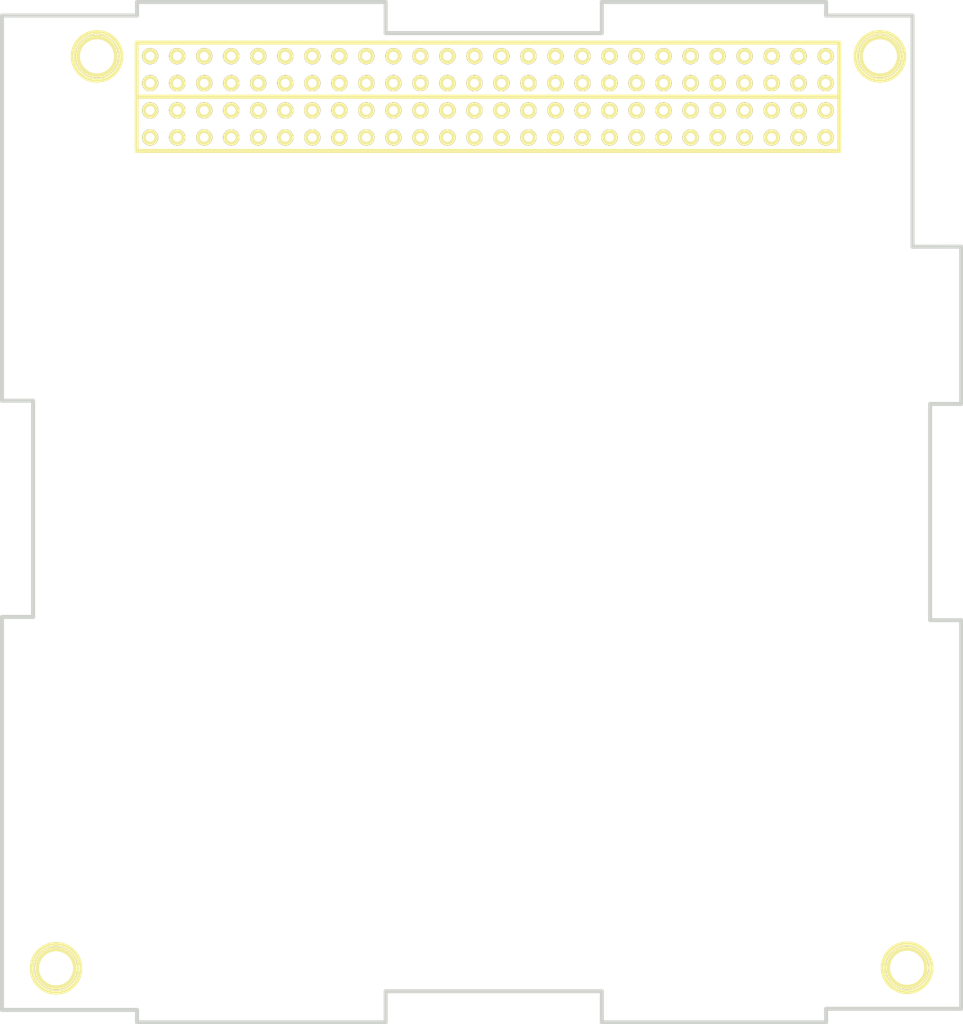
<source format=kicad_pcb>
(kicad_pcb (version 20221018) (generator pcbnew)
  (layers (0 "F.Cu" signal "Front") (31 "B.Cu" signal "Back") (34 "B.Paste" user) (35 "F.Paste" user) (36 "B.SilkS" user) (37 "F.SilkS" user) (38 "B.Mask" user) (39 "F.Mask" user) (44 "Edge.Cuts" user))
  (net 0 "")
  (footprint "1pin" (layer "F.Cu") (at 77.50048 48.75022)
    (fp_text reference "1PIN" hide)
    (fp_text value "P***" hide)
    (fp_circle (center 0 0) (end 0 -2.286) (stroke (width 0.381)) (fill none) (layer "F.SilkS"))
    (pad "1" thru_hole circle (at 0 0) (size 4.064 4.064) (drill 3.2004) (layers "*.Cu" "*.Mask" "F.SilkS"))
  )
  (footprint "1pin" (layer "F.Cu") (at 151.09952 48.75022)
    (fp_text reference "1PIN" hide)
    (fp_text value "P***" hide)
    (fp_circle (center 0 0) (end 0 -2.286) (stroke (width 0.381)) (fill none) (layer "F.SilkS"))
    (pad "1" thru_hole circle (at 0 0) (size 4.064 4.064) (drill 3.2004) (layers "*.Cu" "*.Mask" "F.SilkS"))
  )
  (footprint "1pin" (layer "F.Cu") (at 73.64984 134.44982)
    (fp_text reference "1PIN" hide)
    (fp_text value "P***" hide)
    (fp_circle (center 0 0) (end 0 -2.286) (stroke (width 0.381)) (fill none) (layer "F.SilkS"))
    (pad "1" thru_hole circle (at 0 0) (size 4.064 4.064) (drill 3.2004) (layers "*.Cu" "*.Mask" "F.SilkS"))
  )
  (footprint "1pin" (layer "F.Cu") (at 153.64968 134.39902)
    (fp_text reference "1PIN" hide)
    (fp_text value "P***" hide)
    (fp_circle (center 0 0) (end 0 -2.286) (stroke (width 0.381)) (fill none) (layer "F.SilkS"))
    (pad "1" thru_hole circle (at 0 0) (size 4.064 4.064) (drill 3.2004) (layers "*.Cu" "*.Mask" "F.SilkS"))
  )
  (footprint "CSK_Header" (layer "F.Cu") (at 114.2492 55.10022 90)
    (fp_text reference "H1" hide)
    (fp_text value "H1" hide)
    (fp_line (start -2.54 -33.02) (end 2.54 -33.02) (stroke (width 0.381)) (layer "F.SilkS"))
    (fp_line (start -2.54 33.02) (end -2.54 -33.02) (stroke (width 0.381)) (layer "F.SilkS"))
    (fp_line (start 2.54 -33.02) (end 2.54 33.02) (stroke (width 0.381)) (layer "F.SilkS"))
    (fp_line (start 2.54 33.02) (end -2.54 33.02) (stroke (width 0.381)) (layer "F.SilkS"))
    (pad "1" thru_hole circle (at -1.27 -31.75 90) (size 1.524 1.524) (drill 0.8128) (layers "*.Cu" "*.Mask" "F.SilkS"))
    (pad "2" thru_hole circle (at 1.27 -31.75 90) (size 1.524 1.524) (drill 0.8128) (layers "*.Cu" "*.Mask" "F.SilkS"))
    (pad "3" thru_hole circle (at -1.27 -29.21 90) (size 1.524 1.524) (drill 0.8128) (layers "*.Cu" "*.Mask" "F.SilkS"))
    (pad "4" thru_hole circle (at 1.27 -29.21 90) (size 1.524 1.524) (drill 0.8128) (layers "*.Cu" "*.Mask" "F.SilkS"))
    (pad "5" thru_hole circle (at -1.27 -26.67 90) (size 1.524 1.524) (drill 0.8128) (layers "*.Cu" "*.Mask" "F.SilkS"))
    (pad "6" thru_hole circle (at 1.27 -26.67 90) (size 1.524 1.524) (drill 0.8128) (layers "*.Cu" "*.Mask" "F.SilkS"))
    (pad "7" thru_hole circle (at -1.27 -24.13 90) (size 1.524 1.524) (drill 0.8128) (layers "*.Cu" "*.Mask" "F.SilkS"))
    (pad "8" thru_hole circle (at 1.27 -24.13 90) (size 1.524 1.524) (drill 0.8128) (layers "*.Cu" "*.Mask" "F.SilkS"))
    (pad "9" thru_hole circle (at -1.27 -21.59 90) (size 1.524 1.524) (drill 0.8128) (layers "*.Cu" "*.Mask" "F.SilkS"))
    (pad "10" thru_hole circle (at 1.27 -21.59 90) (size 1.524 1.524) (drill 0.8128) (layers "*.Cu" "*.Mask" "F.SilkS"))
    (pad "11" thru_hole circle (at -1.27 -19.05 90) (size 1.524 1.524) (drill 0.8128) (layers "*.Cu" "*.Mask" "F.SilkS"))
    (pad "12" thru_hole circle (at 1.27 -19.05 90) (size 1.524 1.524) (drill 0.8128) (layers "*.Cu" "*.Mask" "F.SilkS"))
    (pad "13" thru_hole circle (at -1.27 -16.51 90) (size 1.524 1.524) (drill 0.8128) (layers "*.Cu" "*.Mask" "F.SilkS"))
    (pad "14" thru_hole circle (at 1.27 -16.51 90) (size 1.524 1.524) (drill 0.8128) (layers "*.Cu" "*.Mask" "F.SilkS"))
    (pad "15" thru_hole circle (at -1.27 -13.97 90) (size 1.524 1.524) (drill 0.8128) (layers "*.Cu" "*.Mask" "F.SilkS"))
    (pad "16" thru_hole circle (at 1.27 -13.97 90) (size 1.524 1.524) (drill 0.8128) (layers "*.Cu" "*.Mask" "F.SilkS"))
    (pad "17" thru_hole circle (at -1.27 -11.43 90) (size 1.524 1.524) (drill 0.8128) (layers "*.Cu" "*.Mask" "F.SilkS"))
    (pad "18" thru_hole circle (at 1.27 -11.43 90) (size 1.524 1.524) (drill 0.8128) (layers "*.Cu" "*.Mask" "F.SilkS"))
    (pad "19" thru_hole circle (at -1.27 -8.89 90) (size 1.524 1.524) (drill 0.8128) (layers "*.Cu" "*.Mask" "F.SilkS"))
    (pad "20" thru_hole circle (at 1.27 -8.89 90) (size 1.524 1.524) (drill 0.8128) (layers "*.Cu" "*.Mask" "F.SilkS"))
    (pad "21" thru_hole circle (at -1.27 -6.35 90) (size 1.524 1.524) (drill 0.8128) (layers "*.Cu" "*.Mask" "F.SilkS"))
    (pad "22" thru_hole circle (at 1.27 -6.35 90) (size 1.524 1.524) (drill 0.8128) (layers "*.Cu" "*.Mask" "F.SilkS"))
    (pad "23" thru_hole circle (at -1.27 -3.81 90) (size 1.524 1.524) (drill 0.8128) (layers "*.Cu" "*.Mask" "F.SilkS"))
    (pad "24" thru_hole circle (at 1.27 -3.81 90) (size 1.524 1.524) (drill 0.8128) (layers "*.Cu" "*.Mask" "F.SilkS"))
    (pad "25" thru_hole circle (at -1.27 -1.27 90) (size 1.524 1.524) (drill 0.8128) (layers "*.Cu" "*.Mask" "F.SilkS"))
    (pad "26" thru_hole circle (at 1.27 -1.27 90) (size 1.524 1.524) (drill 0.8128) (layers "*.Cu" "*.Mask" "F.SilkS"))
    (pad "27" thru_hole circle (at -1.27 1.27 90) (size 1.524 1.524) (drill 0.8128) (layers "*.Cu" "*.Mask" "F.SilkS"))
    (pad "28" thru_hole circle (at 1.27 1.27 90) (size 1.524 1.524) (drill 0.8128) (layers "*.Cu" "*.Mask" "F.SilkS"))
    (pad "29" thru_hole circle (at -1.27 3.81 90) (size 1.524 1.524) (drill 0.8128) (layers "*.Cu" "*.Mask" "F.SilkS"))
    (pad "30" thru_hole circle (at 1.27 3.81 90) (size 1.524 1.524) (drill 0.8128) (layers "*.Cu" "*.Mask" "F.SilkS"))
    (pad "31" thru_hole circle (at -1.27 6.35 90) (size 1.524 1.524) (drill 0.8128) (layers "*.Cu" "*.Mask" "F.SilkS"))
    (pad "32" thru_hole circle (at 1.27 6.35 90) (size 1.524 1.524) (drill 0.8128) (layers "*.Cu" "*.Mask" "F.SilkS"))
    (pad "33" thru_hole circle (at -1.27 8.89 90) (size 1.524 1.524) (drill 0.8128) (layers "*.Cu" "*.Mask" "F.SilkS"))
    (pad "34" thru_hole circle (at 1.27 8.89 90) (size 1.524 1.524) (drill 0.8128) (layers "*.Cu" "*.Mask" "F.SilkS"))
    (pad "35" thru_hole circle (at -1.27 11.43 90) (size 1.524 1.524) (drill 0.8128) (layers "*.Cu" "*.Mask" "F.SilkS"))
    (pad "36" thru_hole circle (at 1.27 11.43 90) (size 1.524 1.524) (drill 0.8128) (layers "*.Cu" "*.Mask" "F.SilkS"))
    (pad "37" thru_hole circle (at -1.27 13.97 90) (size 1.524 1.524) (drill 0.8128) (layers "*.Cu" "*.Mask" "F.SilkS"))
    (pad "38" thru_hole circle (at 1.27 13.97 90) (size 1.524 1.524) (drill 0.8128) (layers "*.Cu" "*.Mask" "F.SilkS"))
    (pad "39" thru_hole circle (at -1.27 16.51 90) (size 1.524 1.524) (drill 0.8128) (layers "*.Cu" "*.Mask" "F.SilkS"))
    (pad "40" thru_hole circle (at 1.27 16.51 90) (size 1.524 1.524) (drill 0.8128) (layers "*.Cu" "*.Mask" "F.SilkS"))
    (pad "41" thru_hole circle (at -1.27 19.05 90) (size 1.524 1.524) (drill 0.8128) (layers "*.Cu" "*.Mask" "F.SilkS"))
    (pad "42" thru_hole circle (at 1.27 19.05 90) (size 1.524 1.524) (drill 0.8128) (layers "*.Cu" "*.Mask" "F.SilkS"))
    (pad "43" thru_hole circle (at -1.27 21.59 90) (size 1.524 1.524) (drill 0.8128) (layers "*.Cu" "*.Mask" "F.SilkS"))
    (pad "44" thru_hole circle (at 1.27 21.59 90) (size 1.524 1.524) (drill 0.8128) (layers "*.Cu" "*.Mask" "F.SilkS"))
    (pad "45" thru_hole circle (at -1.27 24.13 90) (size 1.524 1.524) (drill 0.8128) (layers "*.Cu" "*.Mask" "F.SilkS"))
    (pad "46" thru_hole circle (at 1.27 24.13 90) (size 1.524 1.524) (drill 0.8128) (layers "*.Cu" "*.Mask" "F.SilkS"))
    (pad "47" thru_hole circle (at -1.27 26.67 90) (size 1.524 1.524) (drill 0.8128) (layers "*.Cu" "*.Mask" "F.SilkS"))
    (pad "48" thru_hole circle (at 1.27 26.67 90) (size 1.524 1.524) (drill 0.8128) (layers "*.Cu" "*.Mask" "F.SilkS"))
    (pad "49" thru_hole circle (at -1.27 29.21 90) (size 1.524 1.524) (drill 0.8128) (layers "*.Cu" "*.Mask" "F.SilkS"))
    (pad "50" thru_hole circle (at 1.27 29.21 90) (size 1.524 1.524) (drill 0.8128) (layers "*.Cu" "*.Mask" "F.SilkS"))
    (pad "51" thru_hole circle (at -1.27 31.75 90) (size 1.524 1.524) (drill 0.8128) (layers "*.Cu" "*.Mask" "F.SilkS"))
    (pad "52" thru_hole circle (at 1.27 31.75 90) (size 1.524 1.524) (drill 0.8128) (layers "*.Cu" "*.Mask" "F.SilkS"))
  )
  (footprint "CSK_Header" (layer "F.Cu") (at 114.2492 49.9999 90)
    (fp_text reference "H2" hide)
    (fp_text value "H2" hide)
    (fp_line (start -2.54 -33.02) (end 2.54 -33.02) (stroke (width 0.381)) (layer "F.SilkS"))
    (fp_line (start -2.54 33.02) (end -2.54 -33.02) (stroke (width 0.381)) (layer "F.SilkS"))
    (fp_line (start 2.54 -33.02) (end 2.54 33.02) (stroke (width 0.381)) (layer "F.SilkS"))
    (fp_line (start 2.54 33.02) (end -2.54 33.02) (stroke (width 0.381)) (layer "F.SilkS"))
    (pad "1" thru_hole circle (at -1.27 -31.75 90) (size 1.524 1.524) (drill 0.8128) (layers "*.Cu" "*.Mask" "F.SilkS"))
    (pad "2" thru_hole circle (at 1.27 -31.75 90) (size 1.524 1.524) (drill 0.8128) (layers "*.Cu" "*.Mask" "F.SilkS"))
    (pad "3" thru_hole circle (at -1.27 -29.21 90) (size 1.524 1.524) (drill 0.8128) (layers "*.Cu" "*.Mask" "F.SilkS"))
    (pad "4" thru_hole circle (at 1.27 -29.21 90) (size 1.524 1.524) (drill 0.8128) (layers "*.Cu" "*.Mask" "F.SilkS"))
    (pad "5" thru_hole circle (at -1.27 -26.67 90) (size 1.524 1.524) (drill 0.8128) (layers "*.Cu" "*.Mask" "F.SilkS"))
    (pad "6" thru_hole circle (at 1.27 -26.67 90) (size 1.524 1.524) (drill 0.8128) (layers "*.Cu" "*.Mask" "F.SilkS"))
    (pad "7" thru_hole circle (at -1.27 -24.13 90) (size 1.524 1.524) (drill 0.8128) (layers "*.Cu" "*.Mask" "F.SilkS"))
    (pad "8" thru_hole circle (at 1.27 -24.13 90) (size 1.524 1.524) (drill 0.8128) (layers "*.Cu" "*.Mask" "F.SilkS"))
    (pad "9" thru_hole circle (at -1.27 -21.59 90) (size 1.524 1.524) (drill 0.8128) (layers "*.Cu" "*.Mask" "F.SilkS"))
    (pad "10" thru_hole circle (at 1.27 -21.59 90) (size 1.524 1.524) (drill 0.8128) (layers "*.Cu" "*.Mask" "F.SilkS"))
    (pad "11" thru_hole circle (at -1.27 -19.05 90) (size 1.524 1.524) (drill 0.8128) (layers "*.Cu" "*.Mask" "F.SilkS"))
    (pad "12" thru_hole circle (at 1.27 -19.05 90) (size 1.524 1.524) (drill 0.8128) (layers "*.Cu" "*.Mask" "F.SilkS"))
    (pad "13" thru_hole circle (at -1.27 -16.51 90) (size 1.524 1.524) (drill 0.8128) (layers "*.Cu" "*.Mask" "F.SilkS"))
    (pad "14" thru_hole circle (at 1.27 -16.51 90) (size 1.524 1.524) (drill 0.8128) (layers "*.Cu" "*.Mask" "F.SilkS"))
    (pad "15" thru_hole circle (at -1.27 -13.97 90) (size 1.524 1.524) (drill 0.8128) (layers "*.Cu" "*.Mask" "F.SilkS"))
    (pad "16" thru_hole circle (at 1.27 -13.97 90) (size 1.524 1.524) (drill 0.8128) (layers "*.Cu" "*.Mask" "F.SilkS"))
    (pad "17" thru_hole circle (at -1.27 -11.43 90) (size 1.524 1.524) (drill 0.8128) (layers "*.Cu" "*.Mask" "F.SilkS"))
    (pad "18" thru_hole circle (at 1.27 -11.43 90) (size 1.524 1.524) (drill 0.8128) (layers "*.Cu" "*.Mask" "F.SilkS"))
    (pad "19" thru_hole circle (at -1.27 -8.89 90) (size 1.524 1.524) (drill 0.8128) (layers "*.Cu" "*.Mask" "F.SilkS"))
    (pad "20" thru_hole circle (at 1.27 -8.89 90) (size 1.524 1.524) (drill 0.8128) (layers "*.Cu" "*.Mask" "F.SilkS"))
    (pad "21" thru_hole circle (at -1.27 -6.35 90) (size 1.524 1.524) (drill 0.8128) (layers "*.Cu" "*.Mask" "F.SilkS"))
    (pad "22" thru_hole circle (at 1.27 -6.35 90) (size 1.524 1.524) (drill 0.8128) (layers "*.Cu" "*.Mask" "F.SilkS"))
    (pad "23" thru_hole circle (at -1.27 -3.81 90) (size 1.524 1.524) (drill 0.8128) (layers "*.Cu" "*.Mask" "F.SilkS"))
    (pad "24" thru_hole circle (at 1.27 -3.81 90) (size 1.524 1.524) (drill 0.8128) (layers "*.Cu" "*.Mask" "F.SilkS"))
    (pad "25" thru_hole circle (at -1.27 -1.27 90) (size 1.524 1.524) (drill 0.8128) (layers "*.Cu" "*.Mask" "F.SilkS"))
    (pad "26" thru_hole circle (at 1.27 -1.27 90) (size 1.524 1.524) (drill 0.8128) (layers "*.Cu" "*.Mask" "F.SilkS"))
    (pad "27" thru_hole circle (at -1.27 1.27 90) (size 1.524 1.524) (drill 0.8128) (layers "*.Cu" "*.Mask" "F.SilkS"))
    (pad "28" thru_hole circle (at 1.27 1.27 90) (size 1.524 1.524) (drill 0.8128) (layers "*.Cu" "*.Mask" "F.SilkS"))
    (pad "29" thru_hole circle (at -1.27 3.81 90) (size 1.524 1.524) (drill 0.8128) (layers "*.Cu" "*.Mask" "F.SilkS"))
    (pad "30" thru_hole circle (at 1.27 3.81 90) (size 1.524 1.524) (drill 0.8128) (layers "*.Cu" "*.Mask" "F.SilkS"))
    (pad "31" thru_hole circle (at -1.27 6.35 90) (size 1.524 1.524) (drill 0.8128) (layers "*.Cu" "*.Mask" "F.SilkS"))
    (pad "32" thru_hole circle (at 1.27 6.35 90) (size 1.524 1.524) (drill 0.8128) (layers "*.Cu" "*.Mask" "F.SilkS"))
    (pad "33" thru_hole circle (at -1.27 8.89 90) (size 1.524 1.524) (drill 0.8128) (layers "*.Cu" "*.Mask" "F.SilkS"))
    (pad "34" thru_hole circle (at 1.27 8.89 90) (size 1.524 1.524) (drill 0.8128) (layers "*.Cu" "*.Mask" "F.SilkS"))
    (pad "35" thru_hole circle (at -1.27 11.43 90) (size 1.524 1.524) (drill 0.8128) (layers "*.Cu" "*.Mask" "F.SilkS"))
    (pad "36" thru_hole circle (at 1.27 11.43 90) (size 1.524 1.524) (drill 0.8128) (layers "*.Cu" "*.Mask" "F.SilkS"))
    (pad "37" thru_hole circle (at -1.27 13.97 90) (size 1.524 1.524) (drill 0.8128) (layers "*.Cu" "*.Mask" "F.SilkS"))
    (pad "38" thru_hole circle (at 1.27 13.97 90) (size 1.524 1.524) (drill 0.8128) (layers "*.Cu" "*.Mask" "F.SilkS"))
    (pad "39" thru_hole circle (at -1.27 16.51 90) (size 1.524 1.524) (drill 0.8128) (layers "*.Cu" "*.Mask" "F.SilkS"))
    (pad "40" thru_hole circle (at 1.27 16.51 90) (size 1.524 1.524) (drill 0.8128) (layers "*.Cu" "*.Mask" "F.SilkS"))
    (pad "41" thru_hole circle (at -1.27 19.05 90) (size 1.524 1.524) (drill 0.8128) (layers "*.Cu" "*.Mask" "F.SilkS"))
    (pad "42" thru_hole circle (at 1.27 19.05 90) (size 1.524 1.524) (drill 0.8128) (layers "*.Cu" "*.Mask" "F.SilkS"))
    (pad "43" thru_hole circle (at -1.27 21.59 90) (size 1.524 1.524) (drill 0.8128) (layers "*.Cu" "*.Mask" "F.SilkS"))
    (pad "44" thru_hole circle (at 1.27 21.59 90) (size 1.524 1.524) (drill 0.8128) (layers "*.Cu" "*.Mask" "F.SilkS"))
    (pad "45" thru_hole circle (at -1.27 24.13 90) (size 1.524 1.524) (drill 0.8128) (layers "*.Cu" "*.Mask" "F.SilkS"))
    (pad "46" thru_hole circle (at 1.27 24.13 90) (size 1.524 1.524) (drill 0.8128) (layers "*.Cu" "*.Mask" "F.SilkS"))
    (pad "47" thru_hole circle (at -1.27 26.67 90) (size 1.524 1.524) (drill 0.8128) (layers "*.Cu" "*.Mask" "F.SilkS"))
    (pad "48" thru_hole circle (at 1.27 26.67 90) (size 1.524 1.524) (drill 0.8128) (layers "*.Cu" "*.Mask" "F.SilkS"))
    (pad "49" thru_hole circle (at -1.27 29.21 90) (size 1.524 1.524) (drill 0.8128) (layers "*.Cu" "*.Mask" "F.SilkS"))
    (pad "50" thru_hole circle (at 1.27 29.21 90) (size 1.524 1.524) (drill 0.8128) (layers "*.Cu" "*.Mask" "F.SilkS"))
    (pad "51" thru_hole circle (at -1.27 31.75 90) (size 1.524 1.524) (drill 0.8128) (layers "*.Cu" "*.Mask" "F.SilkS"))
    (pad "52" thru_hole circle (at 1.27 31.75 90) (size 1.524 1.524) (drill 0.8128) (layers "*.Cu" "*.Mask" "F.SilkS"))
  )
  (gr_line (start 104.6353 46.56582) (end 104.6353 43.64482) (stroke (width 0.381)) (layer "Edge.Cuts"))
  (gr_line (start 71.49338 81.10982) (end 71.49338 101.42982) (stroke (width 0.381)) (layer "Edge.Cuts"))
  (gr_line (start 71.49338 101.42982) (end 68.57238 101.42982) (stroke (width 0.381)) (layer "Edge.Cuts"))
  (gr_line (start 146.0373 44.91482) (end 146.0373 43.64482) (stroke (width 0.381)) (layer "Edge.Cuts"))
  (gr_line (start 68.57238 44.91482) (end 68.57238 81.10982) (stroke (width 0.381)) (layer "Edge.Cuts"))
  (gr_line (start 68.57238 138.35888) (end 81.2673 138.35888) (stroke (width 0.381)) (layer "Edge.Cuts"))
  (gr_line (start 68.57238 101.42982) (end 68.57238 138.35888) (stroke (width 0.381)) (layer "Edge.Cuts"))
  (gr_line (start 158.7373 66.63182) (end 154.1653 66.6369) (stroke (width 0.381)) (layer "Edge.Cuts"))
  (gr_line (start 81.2673 43.64482) (end 81.2673 44.91482) (stroke (width 0.381)) (layer "Edge.Cuts"))
  (gr_line (start 146.0373 43.64482) (end 124.9553 43.64482) (stroke (width 0.381)) (layer "Edge.Cuts"))
  (gr_line (start 158.7373 81.41462) (end 158.7373 66.63182) (stroke (width 0.381)) (layer "Edge.Cuts"))
  (gr_line (start 124.9553 136.60374) (end 124.9553 139.52474) (stroke (width 0.381)) (layer "Edge.Cuts"))
  (gr_line (start 81.2673 138.35888) (end 81.2673 139.52474) (stroke (width 0.381)) (layer "Edge.Cuts"))
  (gr_line (start 124.9553 46.56582) (end 104.6353 46.56582) (stroke (width 0.381)) (layer "Edge.Cuts"))
  (gr_line (start 81.2673 44.91482) (end 68.57238 44.91482) (stroke (width 0.381)) (layer "Edge.Cuts"))
  (gr_line (start 68.57238 81.10982) (end 71.49338 81.10982) (stroke (width 0.381)) (layer "Edge.Cuts"))
  (gr_line (start 104.6353 136.60374) (end 124.9553 136.60374) (stroke (width 0.381)) (layer "Edge.Cuts"))
  (gr_line (start 146.0373 138.25474) (end 158.7373 138.25474) (stroke (width 0.381)) (layer "Edge.Cuts"))
  (gr_line (start 124.9553 139.52474) (end 146.0373 139.52474) (stroke (width 0.381)) (layer "Edge.Cuts"))
  (gr_line (start 104.6353 43.64482) (end 81.2673 43.64482) (stroke (width 0.381)) (layer "Edge.Cuts"))
  (gr_line (start 155.8163 81.41462) (end 158.7373 81.41462) (stroke (width 0.381)) (layer "Edge.Cuts"))
  (gr_line (start 154.1653 66.6369) (end 154.1653 44.91482) (stroke (width 0.381)) (layer "Edge.Cuts"))
  (gr_line (start 81.2673 139.52474) (end 104.6353 139.52474) (stroke (width 0.381)) (layer "Edge.Cuts"))
  (gr_line (start 124.9553 43.64482) (end 124.9553 46.56582) (stroke (width 0.381)) (layer "Edge.Cuts"))
  (gr_line (start 154.1653 44.91482) (end 146.0373 44.91482) (stroke (width 0.381)) (layer "Edge.Cuts"))
  (gr_line (start 158.7373 138.25474) (end 158.7373 101.73462) (stroke (width 0.381)) (layer "Edge.Cuts"))
  (gr_line (start 146.0373 139.52474) (end 146.0373 138.25474) (stroke (width 0.381)) (layer "Edge.Cuts"))
  (gr_line (start 104.6353 139.52474) (end 104.6353 136.60374) (stroke (width 0.381)) (layer "Edge.Cuts"))
  (gr_line (start 158.7373 101.73462) (end 155.8163 101.73462) (stroke (width 0.381)) (layer "Edge.Cuts"))
  (gr_line (start 155.8163 101.73462) (end 155.8163 81.41462) (stroke (width 0.381)) (layer "Edge.Cuts"))
)
</source>
